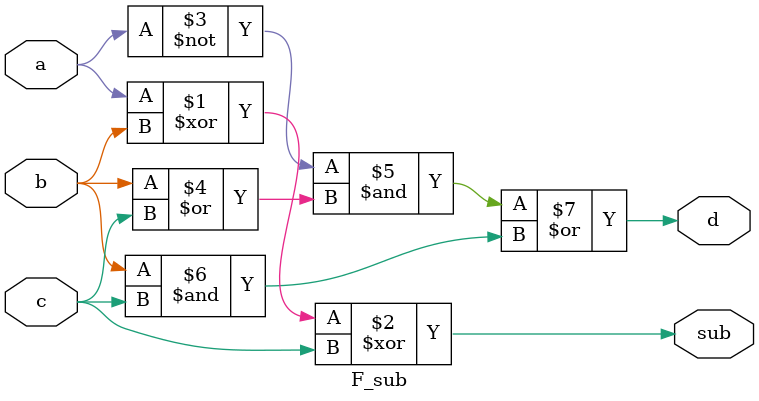
<source format=v>

module F_sub(a,b,c,sub,d);
input a,b,c;
output sub,d;
assign sub=a^b^c;
assign d=((~a)&(b|c))|(b&c);
endmodule

</source>
